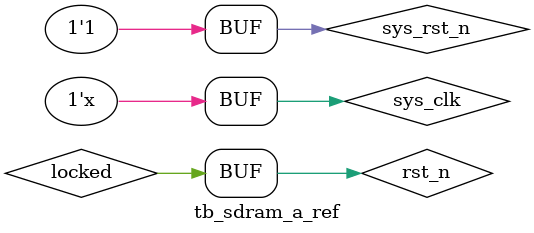
<source format=v>
`timescale  1ns/1ns

module  tb_sdram_a_ref();

//********************************************************************//
//****************** Internal Signal and Defparam ********************//
//********************************************************************//

//wire define
//sdram
wire    [3:0]   sdram_cmd       ;   //SDRAM操作指令
wire    [1:0]   sdram_ba        ;   //SDRAM L-Bank地址
wire    [12:0]  sdram_addr      ;   //SDRAM地址总线
//clk_gen   
wire            clk_50m         ;   //PLL输出50M时钟
wire            clk_100m        ;   //PLL输出100M时钟
wire            clk_100m_shift  ;   //PLL输出100M时钟,相位偏移-30deg
wire            locked          ;   //PLL时钟锁定信号
wire            rst_n           ;   //复位信号,低有效
//sdram_init
wire    [3:0]   init_cmd        ;   //初始化阶段指令
wire    [1:0]   init_ba         ;   //初始化阶段L-Bank地址
wire    [12:0]  init_addr       ;   //初始化阶段地址总线
wire            init_end        ;   //初始化完成信号
//sdram_a_ref
wire            aref_req        ;   //自动刷新请求
wire            aref_end        ;   //自动刷新结束
wire    [3:0]   aref_cmd        ;   //自动刷新阶段指令
wire    [1:0]   aref_ba         ;   //自动刷新阶段L-Bank地址
wire    [12:0]  aref_addr       ;   //自动刷新阶段地址总线

//reg define    
reg             sys_clk         ;   //系统时钟
reg             sys_rst_n       ;   //复位信号
reg             aref_en         ;   //自动刷新使能

//defparam
//重定义仿真模型中的相关参数
defparam sdram_model_plus_inst.addr_bits = 13;          //地址位宽
defparam sdram_model_plus_inst.data_bits = 16;          //数据位宽
defparam sdram_model_plus_inst.col_bits  = 9;           //列地址位宽
defparam sdram_model_plus_inst.mem_sizes = 2*1024*1024; //L-Bank容量

//********************************************************************//
//**************************** Clk And Rst ***************************//
//********************************************************************//

//时钟、复位信号
initial
  begin
    sys_clk     =   1'b1  ;
    sys_rst_n   <=  1'b0  ;
    #200
    sys_rst_n   <=  1'b1  ;
  end

always  #10 sys_clk = ~sys_clk;

//rst_n:复位信号
assign  rst_n = sys_rst_n & locked;

//aref_en:自动刷新使能
always@(posedge clk_100m or negedge rst_n)
    if(rst_n == 1'b0)
        aref_en <=  1'b0;
    else    if((init_end == 1'b1) && (aref_req == 1'b1))
        aref_en <=  1'b1;
    else    if(aref_end == 1'b1)
        aref_en <=  1'b0;

//sdram_cmd,sdram_ba,sdram_addr
assign  sdram_cmd = (init_end == 1'b1) ? aref_cmd : init_cmd;
assign  sdram_ba = (init_end == 1'b1) ? aref_ba : init_ba;
assign  sdram_addr = (init_end == 1'b1) ? aref_addr : init_addr;

//********************************************************************//
//*************************** Instantiation **************************//
//********************************************************************//

//------------- clk_gen_inst -------------
clk_gen clk_gen_inst (
    .inclk0     (sys_clk        ),
    .areset     (~sys_rst_n     ),
    .c0         (clk_50m        ),
    .c1         (clk_100m       ),
    .c2         (clk_100m_shift ),

    .locked     (locked         )
);

//------------- sdram_init_inst -------------
sdram_init  sdram_init_inst(

    .sys_clk    (clk_100m   ),
    .sys_rst_n  (rst_n      ),

    .init_cmd   (init_cmd   ),
    .init_ba    (init_ba    ),
    .init_addr  (init_addr  ),
    .init_end   (init_end   )

);

//------------- sdram_a_ref_inst -------------
sdram_a_ref sdram_a_ref_inst(

    .sys_clk     (clk_100m  ),
    .sys_rst_n   (rst_n     ),
    .init_end    (init_end  ),
    .aref_en     (aref_en   ),

    .aref_req    (aref_req  ),
    .aref_cmd    (aref_cmd  ),
    .aref_ba     (aref_ba   ),
    .aref_addr   (aref_addr ),
    .aref_end    (aref_end  )

);

//-------------sdram_model_plus_inst-------------
sdram_model_plus    sdram_model_plus_inst(
    .Dq     (               ),
    .Addr   (sdram_addr     ),
    .Ba     (sdram_ba       ),
    .Clk    (clk_100m_shift ),
    .Cke    (1'b1           ),
    .Cs_n   (sdram_cmd[3]   ),
    .Ras_n  (sdram_cmd[2]   ),
    .Cas_n  (sdram_cmd[1]   ),
    .We_n   (sdram_cmd[0]   ),
    .Dqm    (2'b0           ),
    .Debug  (1'b1           )

);

endmodule
</source>
